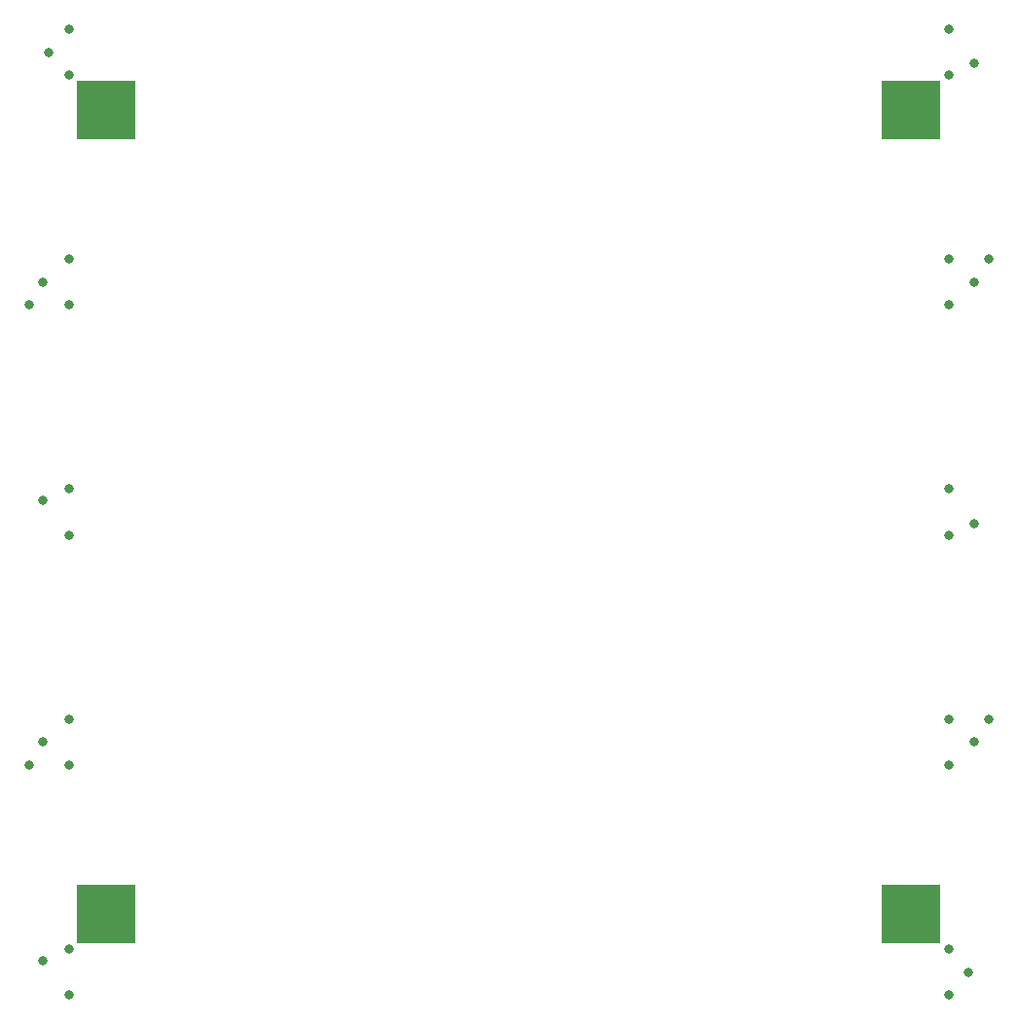
<source format=gbs>
G04*
G04 #@! TF.GenerationSoftware,Altium Limited,Altium Designer,18.1.7 (191)*
G04*
G04 Layer_Color=16711935*
%FSLAX25Y25*%
%MOIN*%
G70*
G01*
G75*
%ADD16R,0.20485X0.20485*%
%ADD17C,0.03200*%
D16*
X334646Y59055D02*
D03*
X59055D02*
D03*
X334646Y334646D02*
D03*
X59055D02*
D03*
D17*
X39370Y354331D02*
D03*
X46260Y204724D02*
D03*
X354331Y39370D02*
D03*
X46260Y47244D02*
D03*
Y31496D02*
D03*
X347441Y110236D02*
D03*
Y125984D02*
D03*
X46260Y267717D02*
D03*
X347441Y283465D02*
D03*
Y47244D02*
D03*
Y31496D02*
D03*
Y204724D02*
D03*
Y188976D02*
D03*
Y346457D02*
D03*
Y267717D02*
D03*
Y362205D02*
D03*
X46260Y346457D02*
D03*
Y362205D02*
D03*
Y283465D02*
D03*
Y188976D02*
D03*
Y110236D02*
D03*
Y125984D02*
D03*
X32480Y267717D02*
D03*
X361221Y283465D02*
D03*
X32480Y110236D02*
D03*
X361221Y125984D02*
D03*
X37402Y200787D02*
D03*
Y43307D02*
D03*
X356299Y192913D02*
D03*
X37402Y118110D02*
D03*
X356299D02*
D03*
X37402Y275590D02*
D03*
X356299D02*
D03*
Y350394D02*
D03*
M02*

</source>
